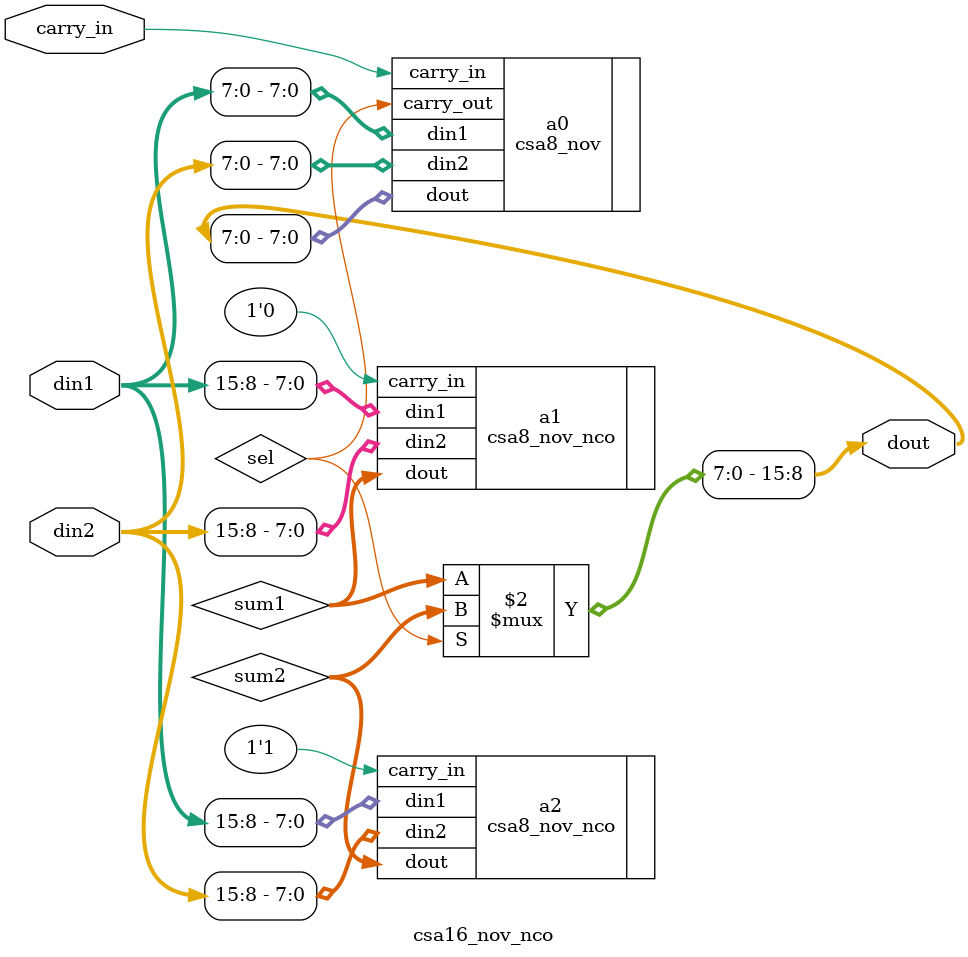
<source format=v>
module csa16_nov_nco(din1, din2, carry_in, dout);

  input	[15:0]	din1,din2;
  input		carry_in;
  output[15:0]	dout;

  wire	[7:0]	sum1, sum2;
  wire		sel;

  csa8_nov a0(.din1(din1[7:0]), .din2(din2[7:0]), .carry_in(carry_in), .dout(dout[7:0]), .carry_out(sel));
  csa8_nov_nco a1(.din1(din1[15:8]), .din2(din2[15:8]), .carry_in(1'b0), .dout(sum1));
  csa8_nov_nco a2(.din1(din1[15:8]), .din2(din2[15:8]), .carry_in(1'b1), .dout(sum2));

  assign dout[15:8] = (sel == 1'b1) ? sum2 : sum1;

endmodule

</source>
